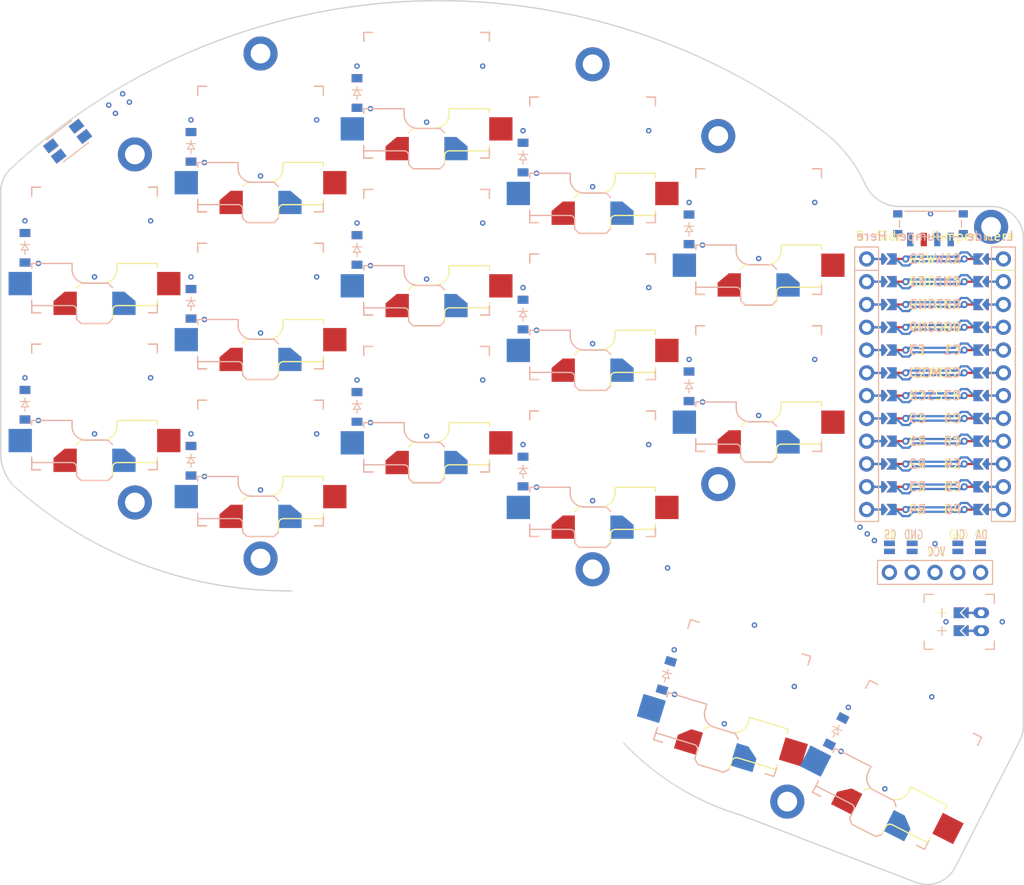
<source format=kicad_pcb>
(kicad_pcb (version 20221018) (generator pcbnew)
  (title_block (title "snak") (rev "0.2.1") (company "JackMatanky"))
  (layers (0 "F.Cu" signal) (31 "B.Cu" signal) (34 "B.Paste" user) (35 "F.Paste" user) (36 "B.SilkS" user "B.Silkscreen") (37 "F.SilkS" user "F.Silkscreen") (38 "B.Mask" user) (39 "F.Mask" user) (44 "Edge.Cuts" user))
  (net 0 "")
  (net 1 "C1")
  (net 2 "pinky_mid")
  (net 3 "pinky_top")
  (net 4 "ring_bot")
  (net 5 "C2")
  (net 6 "ring_mid")
  (net 7 "ring_top")
  (net 8 "middle_bot")
  (net 9 "C3")
  (net 10 "middle_mid")
  (net 11 "middle_top")
  (net 12 "index_bot")
  (net 13 "C4")
  (net 14 "index_mid")
  (net 15 "index_top")
  (net 16 "C5")
  (net 17 "inner_mid")
  (net 18 "inner_top")
  (net 19 "out_home")
  (net 20 "in_home")
  (net 21 "R2")
  (net 22 "R1")
  (net 23 "R3")
  (net 24 "R4")
  (net 25 "RAW")
  (net 26 "GND")
  (net 27 "RST")
  (net 28 "VCC")
  (net 29 "F4")
  (net 30 "F5")
  (net 31 "F6")
  (net 32 "F2")
  (net 33 "F1")
  (net 34 "F3")
  (net 35 "MOSI")
  (net 36 "SCK")
  (net 37 "CS")
  (net 38 "MCU1_24")
  (net 39 "MCU1_1")
  (net 40 "MCU1_23")
  (net 41 "MCU1_2")
  (net 42 "MCU1_22")
  (net 43 "MCU1_3")
  (net 44 "MCU1_21")
  (net 45 "MCU1_4")
  (net 46 "MCU1_20")
  (net 47 "MCU1_5")
  (net 48 "MCU1_19")
  (net 49 "MCU1_6")
  (net 50 "MCU1_18")
  (net 51 "MCU1_7")
  (net 52 "MCU1_17")
  (net 53 "MCU1_8")
  (net 54 "MCU1_16")
  (net 55 "MCU1_9")
  (net 56 "MCU1_15")
  (net 57 "MCU1_10")
  (net 58 "MCU1_14")
  (net 59 "MCU1_11")
  (net 60 "MCU1_13")
  (net 61 "MCU1_12")
  (net 62 "DISP1_1")
  (net 63 "DISP1_2")
  (net 64 "DISP1_4")
  (net 65 "DISP1_5")
  (net 66 "pos")
  (net 67 "JST1_1")
  (net 68 "JST1_2")
  (footprint "ComboDiode" (layer "F.Cu") (at 147.75 89.7 -90)
    (fp_text reference "D9" hide)
    (fp_text value "" hide)
  )
  (footprint "VIA-0.6mm" (layer "F.Cu") (at 193.15 60.9625 90)
    (fp_text reference "REF**" hide)
    (fp_text value "VIA-0.6mm" hide)
  )
  (footprint "VIA-0.6mm" (layer "F.Cu") (at 155.5 92.95)
    (fp_text reference "REF**" hide)
    (fp_text value "VIA-0.6mm" hide)
  )
  (footprint "mounting_hole" (layer "F.Cu") (at 177.191381 126.500257 -17)
    (fp_text reference "H9" hide)
    (fp_text value "")
  )
  (footprint "PG1350" (layer "F.Cu") (at 100 82.5 180)
    (fp_text reference "S1" hide)
    (fp_text value "")
  )
  (footprint "mounting_hole" (layer "F.Cu") (at 104.5 54.35)
    (fp_text reference "H1" hide)
    (fp_text value "")
  )
  (footprint "VIA-0.6mm" (layer "F.Cu") (at 124.75 85.5)
    (fp_text reference "REF**" hide)
    (fp_text value "VIA-0.6mm" hide)
  )
  (footprint "VIA-0.6mm" (layer "F.Cu") (at 124.75 68)
    (fp_text reference "REF**" hide)
    (fp_text value "VIA-0.6mm" hide)
  )
  (footprint "VIA-0.6mm" (layer "F.Cu") (at 174 65.95)
    (fp_text reference "REF**" hide)
    (fp_text value "VIA-0.6mm" hide)
  )
  (footprint "VIA-0.6mm" (layer "F.Cu") (at 193.284288 114.824319 -27)
    (fp_text reference "REF**" hide)
    (fp_text value "VIA-0.6mm" hide)
  )
  (footprint "VIA-0.6mm" (layer "F.Cu") (at 147.75 51.7)
    (fp_text reference "REF**" hide)
    (fp_text value "VIA-0.6mm" hide)
  )
  (footprint "VIA-0.6mm" (layer "F.Cu") (at 129.25 62)
    (fp_text reference "REF**" hide)
    (fp_text value "VIA-0.6mm" hide)
  )
  (footprint "VIA-0.6mm" (layer "F.Cu") (at 112.25 55.25)
    (fp_text reference "REF**" hide)
    (fp_text value "VIA-0.6mm" hide)
  )
  (footprint "VIA-0.6mm" (layer "F.Cu") (at 161.75 86.7)
    (fp_text reference "REF**" hide)
    (fp_text value "VIA-0.6mm" hide)
  )
  (footprint "VIA-0.6mm" (layer "F.Cu") (at 137 85.75)
    (fp_text reference "REF**" hide)
    (fp_text value "VIA-0.6mm" hide)
  )
  (footprint "VIA-0.6mm" (layer "F.Cu") (at 103.137109 47.589196 129)
    (fp_text reference "REF**" hide)
    (fp_text value "VIA-0.6mm" hide)
  )
  (footprint "VIA-0.6mm" (layer "F.Cu") (at 106.25 61.75)
    (fp_text reference "REF**" hide)
    (fp_text value "VIA-0.6mm" hide)
  )
  (footprint "mounting_hole" (layer "F.Cu") (at 118.5 43.1)
    (fp_text reference "H3" hide)
    (fp_text value "")
  )
  (footprint "ComboDiode" (layer "F.Cu") (at 147.75 54.7 -90)
    (fp_text reference "D11" hide)
    (fp_text value "" hide)
  )
  (footprint "JST_PH_S2B-PH-K" (layer "F.Cu") (at 198.8 106.45 -90)
    (fp_text reference "JST1" hide)
    (fp_text value "")
  )
  (footprint "ComboDiode" (layer "F.Cu") (at 110.75 53.5 -90)
    (fp_text reference "D5" hide)
    (fp_text value "" hide)
  )
  (footprint "PG1350" (layer "F.Cu") (at 174 62.95 180)
    (fp_text reference "S13" hide)
    (fp_text value "")
  )
  (footprint "VIA-0.6mm" (layer "F.Cu") (at 106.25 79.25)
    (fp_text reference "REF**" hide)
    (fp_text value "VIA-0.6mm" hide)
  )
  (footprint "VIA-0.6mm" (layer "F.Cu") (at 143.25 79.5)
    (fp_text reference "REF**" hide)
    (fp_text value "VIA-0.6mm" hide)
  )
  (footprint "mounting_hole" (layer "F.Cu") (at 155.5 44.3)
    (fp_text reference "H5" hide)
    (fp_text value "")
  )
  (footprint "VIA-0.6mm" (layer "F.Cu") (at 149.25 73.95)
    (fp_text reference "REF**" hide)
    (fp_text value "VIA-0.6mm" hide)
  )
  (footprint "VIA-0.6mm" (layer "F.Cu") (at 186.1 96.65)
    (fp_text reference "REF**" hide)
    (fp_text value "VIA-0.6mm" hide)
  )
  (footprint "VIA-0.6mm" (layer "F.Cu") (at 118.5 91.75)
    (fp_text reference "REF**" hide)
    (fp_text value "VIA-0.6mm" hide)
  )
  (footprint "VIA-0.6mm" (layer "F.Cu") (at 124.75 50.5)
    (fp_text reference "REF**" hide)
    (fp_text value "VIA-0.6mm" hide)
  )
  (footprint "VIA-0.6mm" (layer "F.Cu") (at 92.25 79.25)
    (fp_text reference "REF**" hide)
    (fp_text value "VIA-0.6mm" hide)
  )
  (footprint "VIA-0.6mm" (layer "F.Cu") (at 183.995537 115.983677 -27)
    (fp_text reference "REF**" hide)
    (fp_text value "VIA-0.6mm" hide)
  )
  (footprint "mounting_hole" (layer "F.Cu") (at 104.5 93.15)
    (fp_text reference "H2" hide)
    (fp_text value "")
  )
  (footprint "PG1350" (layer "F.Cu") (at 155.5 54.95 180)
    (fp_text reference "S11" hide)
    (fp_text value "")
  )
  (footprint "VIA-0.6mm" (layer "F.Cu") (at 149.25 56.45)
    (fp_text reference "REF**" hide)
    (fp_text value "VIA-0.6mm" hide)
  )
  (footprint "ComboDiode" (layer "F.Cu") (at 92.25 64.75 -90)
    (fp_text reference "D2" hide)
    (fp_text value "" hide)
  )
  (footprint "VIA-0.6mm" (layer "F.Cu") (at 103.886 48.514 129)
    (fp_text reference "REF**" hide)
    (fp_text value "VIA-0.6mm" hide)
  )
  (footprint "VIA-0.6mm" (layer "F.Cu") (at 110.75 68)
    (fp_text reference "REF**" hide)
    (fp_text value "VIA-0.6mm" hide)
  )
  (footprint "VIA-0.6mm" (layer "F.Cu") (at 174 83.45)
    (fp_text reference "REF**" hide)
    (fp_text value "VIA-0.6mm" hide)
  )
  (footprint "VIA-0.6mm" (layer "F.Cu") (at 101.582817 48.847837 129)
    (fp_text reference "REF**" hide)
    (fp_text value "VIA-0.6mm" hide)
  )
  (footprint "mounting_hole" (layer "F.Cu") (at 199.9 62.425)
    (fp_text reference "H10" hide)
    (fp_text value "")
  )
  (footprint "VIA-0.6mm" (layer "F.Cu") (at 161.75 69.2)
    (fp_text reference "REF**" hide)
    (fp_text value "VIA-0.6mm" hide)
  )
  (footprint "VIA-0.6mm" (layer "F.Cu") (at 130.75 49.25)
    (fp_text reference "REF**" hide)
    (fp_text value "VIA-0.6mm" hide)
  )
  (footprint "VIA-0.6mm" (layer "F.Cu") (at 100 68)
    (fp_text reference "REF**" hide)
    (fp_text value "VIA-0.6mm" hide)
  )
  (footprint "PG1350" (layer "F.Cu") (at 137 47.75 180)
    (fp_text reference "S8" hide)
    (fp_text value "")
  )
  (footprint "PG1350" (layer "F.Cu") (at 137 82.75 180)
    (fp_text reference "S6" hide)
    (fp_text value "")
  )
  (footprint "ComboDiode" (layer "F.Cu") (at 166.25 80.2 -90)
    (fp_text reference "D12" hide)
    (fp_text value "" hide)
  )
  (footprint "sw_reset_side" (layer "F.Cu") (at 97 52.87 127.5)
    (fp_text reference "SW2" hide)
    (fp_text value "")
  )
  (footprint "VIA-0.6mm" (layer "F.Cu") (at 112.25 90.25)
    (fp_text reference "REF**" hide)
    (fp_text value "VIA-0.6mm" hide)
  )
  (footprint "VIA-0.6mm" (layer "F.Cu") (at 166.25 59.7)
    (fp_text reference "REF**" hide)
    (fp_text value "VIA-0.6mm" hide)
  )
  (footprint "PG1350" (layer "F.Cu") (at 155.5 89.95 180)
    (fp_text reference "S9" hide)
    (fp_text value "")
  )
  (footprint "VIA-0.6mm" (layer "F.Cu") (at 118.5 74.25)
    (fp_text reference "REF**" hide)
    (fp_text value "VIA-0.6mm" hide)
  )
  (footprint "ComboDiode" (layer "F.Cu") (at 166.25 62.7 -90)
    (fp_text reference "D13" hide)
    (fp_text value "" hide)
  )
  (footprint "power_switch" (layer "F.Cu") (at 193.15 62.1 90)
    (fp_text reference "SW1" hide)
    (fp_text value "")
  )
  (footprint "ComboDiode" (layer "F.Cu") (at 129.25 47.5 -90)
    (fp_text reference "D8" hide)
    (fp_text value "" hide)
  )
  (footprint "VIA-0.6mm" (layer "F.Cu") (at 110.75 85.5)
    (fp_text reference "REF**" hide)
    (fp_text value "VIA-0.6mm" hide)
  )
  (footprint "VIA-0.6mm" (layer "F.Cu") (at 170.172885 117.818914 -17)
    (fp_text reference "REF**" hide)
    (fp_text value "VIA-0.6mm" hide)
  )
  (footprint "VIA-0.6mm" (layer "F.Cu") (at 186.9 97.4)
    (fp_text reference "REF**" hide)
    (fp_text value "VIA-0.6mm" hide)
  )
  (footprint "mounting_hole" (layer "F.Cu") (at 118.5 99.4)
    (fp_text reference "H4" hide)
    (fp_text value "")
  )
  (footprint "VIA-0.6mm" (layer "F.Cu") (at 155.5 75.45)
    (fp_text reference "REF**" hide)
    (fp_text value "VIA-0.6mm" hide)
  )
  (footprint "VIA-0.6mm" (layer "F.Cu") (at 155.5 57.95)
    (fp_text reference "REF**" hide)
    (fp_text value "VIA-0.6mm" hide)
  )
  (footprint "ComboDiode" (layer "F.Cu") (at 147.75 72.2 -90)
    (fp_text reference "D10" hide)
    (fp_text value "" hide)
  )
  (footprint "PG1350" (layer "F.Cu") (at 137 65.25 180)
    (fp_text reference "S7" hide)
    (fp_text value "")
  )
  (footprint "PG1350" (layer "F.Cu") (at 118.5 53.75 180)
    (fp_text reference "S5" hide)
    (fp_text value "")
  )
  (footprint "ComboDiode" (layer "F.Cu") (at 110.75 88.5 -90)
    (fp_text reference "D3" hide)
    (fp_text value "" hide)
  )
  (footprint "VIA-0.6mm" (layer "F.Cu") (at 137 68.25)
    (fp_text reference "REF**" hide)
    (fp_text value "VIA-0.6mm" hide)
  )
  (footprint "VIA-0.6mm" (layer "F.Cu") (at 177.977113 113.669333 -17)
    (fp_text reference "REF**" hide)
    (fp_text value "VIA-0.6mm" hide)
  )
  (footprint "mounting_hole" (layer "F.Cu") (at 169.5 52.3)
    (fp_text reference "H7" hide)
    (fp_text value "")
  )
  (footprint "VIA-0.6mm" (layer "F.Cu") (at 167.75 64.45)
    (fp_text reference "REF**" hide)
    (fp_text value "VIA-0.6mm" hide)
  )
  (footprint "mounting_hole" (layer "F.Cu") (at 169.5 91.1)
    (fp_text reference "H8" hide)
    (fp_text value "")
  )
  (footprint "VIA-0.6mm" (layer "F.Cu") (at 173.53516 106.82141 -17)
    (fp_text reference "REF**" hide)
    (fp_text value "VIA-0.6mm" hide)
  )
  (footprint "VIA-0.6mm" (layer "F.Cu") (at 149.25 91.45)
    (fp_text reference "REF**" hide)
    (fp_text value "VIA-0.6mm" hide)
  )
  (footprint "VIA-0.6mm" (layer "F.Cu") (at 130.75 66.75)
    (fp_text reference "REF**" hide)
    (fp_text value "VIA-0.6mm" hide)
  )
  (footprint "VIA-0.6mm" (layer "F.Cu") (at 167.75 81.95)
    (fp_text reference "REF**" hide)
    (fp_text value "VIA-0.6mm" hide)
  )
  (footprint "PG1350" (layer "F.Cu") (at 174 80.45 180)
    (fp_text reference "S12" hide)
    (fp_text value "")
  )
  (footprint "VIA-0.6mm" (layer "F.Cu") (at 147.75 86.7)
    (fp_text reference "REF**" hide)
    (fp_text value "VIA-0.6mm" hide)
  )
  (footprint "ComboDiode" (layer "F.Cu") (at 129.25 65 -90)
    (fp_text reference "D7" hide)
    (fp_text value "" hide)
  )
  (footprint "PG1350" (layer "F.Cu") (at 100 65 180)
    (fp_text reference "S2" hide)
    (fp_text value "")
  )
  (footprint "VIA-0.6mm" (layer "F.Cu") (at 166.25 77.2)
    (fp_text reference "REF**" hide)
    (fp_text value "VIA-0.6mm" hide)
  )
  (footprint "VIA-0.6mm" (layer "F.Cu") (at 164.634538 114.557134 -17)
    (fp_text reference "REF**" hide)
    (fp_text value "VIA-0.6mm" hide)
  )
  (footprint "VIA-0.6mm" (layer "F.Cu") (at 194.875 106.45 -90)
    (fp_text reference "REF**" hide)
    (fp_text value "VIA-0.6mm" hide)
  )
  (footprint "VIA-0.6mm" (layer "F.Cu") (at 129.25 44.5)
    (fp_text reference "REF**" hide)
    (fp_text value "VIA-0.6mm" hide)
  )
  (footprint "nice_nano" (layer "F.Cu") (at 193.65 78.7)
    (fp_text reference "MCU1" hide)
    (fp_text value "")
  )
  (footprint "VIA-0.6mm" (layer "F.Cu") (at 118.5 56.75)
    (fp_text reference "REF**" hide)
    (fp_text value "VIA-0.6mm" hide)
  )
  (footprint "VIA-0.6mm" (layer "F.Cu") (at 163.85 100.45)
    (fp_text reference "REF**" hide)
    (fp_text value "VIA-0.6mm" hide)
  )
  (footprint "VIA-0.6mm" (layer "F.Cu") (at 188.063397 125.070894 -27)
    (fp_text reference "REF**" hide)
    (fp_text value "VIA-0.6mm" hide)
  )
  (footprint "VIA-0.6mm" (layer "F.Cu") (at 92.25 61.75)
    (fp_text reference "REF**" hide)
    (fp_text value "VIA-0.6mm" hide)
  )
  (footprint "VIA-0.6mm" (layer "F.Cu") (at 183.175592 120.896944 -27)
    (fp_text reference "REF**" hide)
    (fp_text value "VIA-0.6mm" hide)
  )
  (footprint "VIA-0.6mm" (layer "F.Cu") (at 201.15 106.45 -90)
    (fp_text reference "REF**" hide)
    (fp_text value "VIA-0.6mm" hide)
  )
  (footprint "VIA-0.6mm" (layer "F.Cu") (at 143.25 62)
    (fp_text reference "REF**" hide)
    (fp_text value "VIA-0.6mm" hide)
  )
  (footprint "VIA-0.6mm" (layer "F.Cu") (at 185.3 95.9)
    (fp_text reference "REF**" hide)
    (fp_text value "VIA-0.6mm" hide)
  )
  (footprint "VIA-0.6mm" (layer "F.Cu") (at 147.75 69.2)
    (fp_text reference "REF**" hide)
    (fp_text value "VIA-0.6mm" hide)
  )
  (footprint "VIA-0.6mm" (layer "F.Cu") (at 143.25 44.5)
    (fp_text reference "REF**" hide)
    (fp_text value "VIA-0.6mm" hide)
  )
  (footprint "VIA-0.6mm" (layer "F.Cu") (at 193.65 97.75)
    (fp_text reference "REF**" hide)
    (fp_text value "VIA-0.6mm" hide)
  )
  (footprint "nice!view" (layer "F.Cu") (at 193.65 84.25)
    (fp_text reference "DISP1" hide)
    (fp_text value "")
  )
  (footprint "VIA-0.6mm" (layer "F.Cu") (at 110.75 50.5)
    (fp_text reference "REF**" hide)
    (fp_text value "VIA-0.6mm" hide)
  )
  (footprint "ComboDiode" (layer "F.Cu") (at 163.711731 112.445043 -107)
    (fp_text reference "D14" hide)
    (fp_text value "" hide)
  )
  (footprint "VIA-0.6mm" (layer "F.Cu") (at 93.75 84)
    (fp_text reference "REF**" hide)
    (fp_text value "VIA-0.6mm" hide)
  )
  (footprint "VIA-0.6mm" (layer "F.Cu") (at 130.75 84.25)
    (fp_text reference "REF**" hide)
    (fp_text value "VIA-0.6mm" hide)
  )
  (footprint "PG1350" (layer "F.Cu") (at 118.5 88.75 180)
    (fp_text reference "S3" hide)
    (fp_text value "")
  )
  (footprint "VIA-0.6mm" (layer "F.Cu") (at 164.588846 109.576129 -17)
    (fp_text reference "REF**" hide)
    (fp_text value "VIA-0.6mm" hide)
  )
  (footprint "VIA-0.6mm" (layer "F.Cu") (at 137 50.75)
    (fp_text reference "REF**" hide)
    (fp_text value "VIA-0.6mm" hide)
  )
  (footprint "ComboDiode" (layer "F.Cu") (at 129.25 82.5 -90)
    (fp_text reference "D6" hide)
    (fp_text value "" hide)
  )
  (footprint "VIA-0.6mm" (layer "F.Cu") (at 102.331708 49.77264 129)
    (fp_text reference "REF**" hide)
    (fp_text value "VIA-0.6mm" hide)
  )
  (footprint "ComboDiode" (layer "F.Cu") (at 92.25 82.25 -90)
    (fp_text reference "D1" hide)
    (fp_text value "" hide)
  )
  (footprint "ComboDiode" (layer "F.Cu") (at 110.75 71 -90)
    (fp_text reference "D4" hide)
    (fp_text value "" hide)
  )
  (footprint "PG1350" (layer "F.Cu") (at 155.5 72.45 180)
    (fp_text reference "S10" hide)
    (fp_text value "")
  )
  (footprint "VIA-0.6mm" (layer "F.Cu") (at 100 85.5)
    (fp_text reference "REF**" hide)
    (fp_text value "VIA-0.6mm" hide)
  )
  (footprint "VIA-0.6mm" (layer "F.Cu") (at 112.25 72.75)
    (fp_text reference "REF**" hide)
    (fp_text value "VIA-0.6mm" hide)
  )
  (footprint "PG1350" (layer "F.Cu") (at 189.425368 122.397875 153)
    (fp_text reference "S15" hide)
    (fp_text value "")
  )
  (footprint "VIA-0.6mm" (layer "F.Cu") (at 180.25 59.7)
    (fp_text reference "REF**" hide)
    (fp_text value "VIA-0.6mm" hide)
  )
  (footprint "PG1350" (layer "F.Cu") (at 118.5 71.25 180)
    (fp_text reference "S4" hide)
    (fp_text value "")
  )
  (footprint "VIA-0.6mm" (layer "F.Cu") (at 93.75 66.5)
    (fp_text reference "REF**" hide)
    (fp_text value "VIA-0.6mm" hide)
  )
  (footprint "mounting_hole" (layer "F.Cu") (at 155.5 100.6)
    (fp_text reference "H6" hide)
    (fp_text value "")
  )
  (footprint "VIA-0.6mm" (layer "F.Cu") (at 180.25 77.2)
    (fp_text reference "REF**" hide)
    (fp_text value "VIA-0.6mm" hide)
  )
  (footprint "ComboDiode" (layer "F.Cu") (at 182.633566 118.656697 -117)
    (fp_text reference "D15" hide)
    (fp_text value "" hide)
  )
  (footprint "PG1350" (layer "F.Cu") (at 171.05 114.95 163)
    (fp_text reference "S14" hide)
    (fp_text value "")
  )
  (footprint "VIA-0.6mm" (layer "F.Cu") (at 129.25 79.5)
    (fp_text reference "REF**" hide)
    (fp_text value "VIA-0.6mm" hide)
  )
  (footprint "VIA-0.6mm" (layer "F.Cu") (at 161.75 51.7)
    (fp_text reference "REF**" hide)
    (fp_text value "VIA-0.6mm" hide)
  )
  (gr_arc (start 172 128) (mid 164.97339 124.855741) (end 159 120) (stroke (width 0.15)) (layer "Edge.Cuts"))
  (gr_line (start 203.1 119.7) (end 195.9 133.8) (stroke (width 0.15)) (layer "Edge.Cuts"))
  (gr_arc (start 189.5 60.15) (mid 187.263797 59.364226) (end 185.8 57.5) (stroke (width 0.15)) (layer "Edge.Cuts"))
  (gr_line (start 89.55 88) (end 89.55 58.7) (stroke (width 0.15)) (layer "Edge.Cuts"))
  (gr_line (start 189.5 60.15) (end 200 60.15) (stroke (width 0.15)) (layer "Edge.Cuts"))
  (gr_arc (start 89.55 58.7) (mid 89.780852 57.235609) (end 90.6 56) (stroke (width 0.15)) (layer "Edge.Cuts"))
  (gr_arc (start 203.5 118.1) (mid 203.39457 118.923643) (end 203.1 119.7) (stroke (width 0.15)) (layer "Edge.Cuts"))
  (gr_line (start 203.5 63.7) (end 203.5 118.1) (stroke (width 0.15)) (layer "Edge.Cuts"))
  (gr_arc (start 91 91.3) (mid 89.98406 89.777837) (end 89.55 88) (stroke (width 0.15)) (layer "Edge.Cuts"))
  (gr_arc (start 195.9 133.8) (mid 194.031815 135.508815) (end 191.5 135.5) (stroke (width 0.15)) (layer "Edge.Cuts"))
  (gr_arc (start 200 60.15) (mid 202.485523 61.199837) (end 203.5 63.7) (stroke (width 0.15)) (layer "Edge.Cuts"))
  (gr_arc (start 181.6 52.1) (mid 183.995505 54.570163) (end 185.8 57.5) (stroke (width 0.15)) (layer "Edge.Cuts"))
  (gr_arc (start 90.6 56) (mid 135.380905 37.271116) (end 181.6 52.1) (stroke (width 0.15)) (layer "Edge.Cuts"))
  (gr_line (start 191.5 135.5) (end 172 128) (stroke (width 0.15)) (layer "Edge.Cuts"))
  (gr_arc (start 122 103) (mid 105.398912 100.067413) (end 91 91.3) (stroke (width 0.15)) (layer "Edge.Cuts"))
  (segment (start 198.43 76.16) (end 196.91 76.16) (width 0.25) (layer "F.Cu") (net 1))
  (segment (start 191.11 76.51) (end 191.11 76.5) (width 0.25) (layer "B.Cu") (net 1))
  (segment (start 190.04 76.89) (end 190.74 76.89) (width 0.25) (layer "B.Cu") (net 1))
  (segment (start 190.74 76.89) (end 191.11 76.51) (width 0.25) (layer "B.Cu") (net 1))
  (segment (start 189.31 76.16) (end 190.04 76.89) (width 0.25) (layer "B.Cu") (net 1))
  (segment (start 191.2 76.41) (end 196.66 76.41) (width 0.25) (layer "B.Cu") (net 1))
  (segment (start 191.11 76.5) (end 191.2 76.41) (width 0.25) (layer "B.Cu") (net 1))
  (segment (start 196.66 76.41) (end 196.91 76.16) (width 0.25) (layer "B.Cu") (net 1))
  (segment (start 188.88 76.16) (end 189.31 76.16) (width 0.25) (layer "B.Cu") (net 1))
  (segment (start 198.43 78.7) (end 196.91 78.7) (width 0.25) (layer "F.Cu") (net 5))
  (segment (start 189.31 78.7) (end 190.04 79.43) (width 0.25) (layer "B.Cu") (net 5))
  (segment (start 191.2 78.95) (end 196.66 78.95) (width 0.25) (layer "B.Cu") (net 5))
  (segment (start 190.04 79.43) (end 190.74 79.43) (width 0.25) (layer "B.Cu") (net 5))
  (segment (start 191.11 79.05) (end 191.11 79.04) (width 0.25) (layer "B.Cu") (net 5))
  (segment (start 196.66 78.95) (end 196.91 78.7) (width 0.25) (layer "B.Cu") (net 5))
  (segment (start 188.88 78.7) (end 189.31 78.7) (width 0.25) (layer "B.Cu") (net 5))
  (segment (start 190.74 79.43) (end 191.11 79.05) (width 0.25) (layer "B.Cu") (net 5))
  (segment (start 191.11 79.04) (end 191.2 78.95) (width 0.25) (layer "B.Cu") (net 5))
  (segment (start 198.43 81.24) (end 196.91 81.24) (width 0.25) (layer "F.Cu") (net 9))
  (segment (start 189.31 81.24) (end 190.04 81.97) (width 0.25) (layer "B.Cu") (net 9))
  (segment (start 188.88 81.24) (end 189.31 81.24) (width 0.25) (layer "B.Cu") (net 9))
  (segment (start 190.74 81.97) (end 191.11 81.59) (width 0.25) (layer "B.Cu") (net 9))
  (segment (start 196.66 81.49) (end 196.91 81.24) (width 0.25) (layer "B.Cu") (net 9))
  (segment (start 191.2 81.49) (end 196.66 81.49) (width 0.25) (layer "B.Cu") (net 9))
  (segment (start 191.11 81.59) (end 191.11 81.58) (width 0.25) (layer "B.Cu") (net 9))
  (segment (start 190.04 81.97) (end 190.74 81.97) (width 0.25) (layer "B.Cu") (net 9))
  (segment (start 191.11 81.58) (end 191.2 81.49) (width 0.25) (layer "B.Cu") (net 9))
  (segment (start 198.43 83.78) (end 196.91 83.78) (width 0.25) (layer "F.Cu") (net 13))
  (segment (start 191.11 84.12) (end 191.2 84.03) (width 0.25) (layer "B.Cu") (net 13))
  (segment (start 191.11 84.13) (end 191.11 84.12) (width 0.25) (layer "B.Cu") (net 13))
  (segment (start 190.74 84.51) (end 191.11 84.13) (width 0.25) (layer "B.Cu") (net 13))
  (segment (start 188.88 83.78) (end 189.31 83.78) (width 0.25) (layer "B.Cu") (net 13))
  (segment (start 190.04 84.51) (end 190.74 84.51) (width 0.25) (layer "B.Cu") (net 13))
  (segment (start 189.31 83.78) (end 190.04 84.51) (width 0.25) (layer "B.Cu") (net 13))
  (segment (start 191.2 84.03) (end 196.66 84.03) (width 0.25) (layer "B.Cu") (net 13))
  (segment (start 196.66 84.03) (end 196.91 83.78) (width 0.25) (layer "B.Cu") (net 13))
  (segment (start 198.43 86.32) (end 196.91 86.32) (width 0.25) (layer "F.Cu") (net 16))
  (segment (start 189.31 86.32) (end 190.04 87.05) (width 0.25) (layer "B.Cu") (net 16))
  (segment (start 190.74 87.05) (end 191.11 86.67) (width 0.25) (layer "B.Cu") (net 16))
  (segment (start 188.88 86.32) (end 189.31 86.32) (width 0.25) (layer "B.Cu") (net 16))
  (segment (start 190.04 87.05) (end 190.74 87.05) (width 0.25) (layer "B.Cu") (net 16))
  (segment (start 191.11 86.67) (end 191.11 86.66) (width 0.25) (layer "B.Cu") (net 16))
  (segment (start 196.66 86.57) (end 196.91 86.32) (width 0.25) (layer "B.Cu") (net 16))
  (segment (start 191.2 86.57) (end 196.66 86.57) (width 0.25) (layer "B.Cu") (net 16))
  (segment (start 191.11 86.66) (end 191.2 86.57) (width 0.25) (layer "B.Cu") (net 16))
  (segment (start 188.88 88.86) (end 190.39 88.86) (width 0.25) (layer "F.Cu") (net 21))
  (segment (start 196.56 88.13) (end 196.09 88.61) (width 0.25) (layer "B.Cu") (net 21))
  (segment (start 196.09 88.61) (end 190.64 88.61) (width 0.25) (layer "B.Cu") (net 21))
  (segment (start 197.99 88.86) (end 197.26 88.13) (width 0.25) (layer "B.Cu") (net 21))
  (segment (start 198.43 88.86) (end 197.99 88.86) (width 0.25) (layer "B.Cu") (net 21))
  (segment (start 190.64 88.61) (end 190.39 88.86) (width 0.25) (layer "B.Cu") (net 21))
  (segment (start 197.26 88.13) (end 196.56 88.13) (width 0.25) (layer "B.Cu") (net 21))
  (segment (start 188.88 86.32) (end 190.39 86.32) (width 0.25) (layer "F.Cu") (net 22))
  (segment (start 197.26 85.59) (end 196.56 85.59) (width 0.25) (layer "B.Cu") (net 22))
  (segment (start 198.43 86.32) (end 197.99 86.32) (width 0.25) (layer "B.Cu") (net 22))
  (segment (start 190.64 86.07) (end 190.39 86.32) (width 0.25) (layer "B.Cu") (net 22))
  (segment (start 196.56 85.59) (end 196.09 86.07) (width 0.25) (layer "B.Cu") (net 22))
  (segment (start 197.99 86.32) (end 197.26 85.59) (width 0.25) (layer "B.Cu") (net 22))
  (segment (start 196.09 86.07) (end 190.64 86.07) (width 0.25) (layer "B.Cu") (net 22))
  (segment (start 188.88 91.4) (end 190.39 91.4) (width 0.25) (layer "F.Cu") (net 23))
  (segment (start 190.64 91.15) (end 190.39 91.4) (width 0.25) (layer "B.Cu") (net 23))
  (segment (start 198.43 91.4) (end 197.99 91.4) (width 0.25) (layer "B.Cu") (net 23))
  (segment (start 196.56 90.67) (end 196.09 91.15) (width 0.25) (layer "B.Cu") (net 23))
  (segment (start 196.09 91.15) (end 190.64 91.15) (width 0.25) (layer "B.Cu") (net 23))
  (segment (start 197.99 91.4) (end 197.26 90.67) (width 0.25) (layer "B.Cu") (net 23))
  (segment (start 197.26 90.67) (end 196.56 90.67) (width 0.25) (layer "B.Cu") (net 23))
  (segment (start 188.88 93.94) (end 190.39 93.94) (width 0.25) (layer "F.Cu") (net 24))
  (segment (start 196.56 93.21) (end 196.09 93.69) (width 0.25) (layer "B.Cu") (net 24))
  (segment (start 196.09 93.69) (end 190.64 93.69) (width 0.25) (layer "B.Cu") (net 24))
  (segment (start 197.99 93.94) (end 197.26 93.21) (width 0.25) (layer "B.Cu") (net 24))
  (segment (start 198.43 93.94) (end 197.99 93.94) (width 0.25) (layer "B.Cu") (net 24))
  (segment (start 190.64 93.69) (end 190.39 93.94) (width 0.25) (layer "B.Cu") (net 24))
  (segment (start 197.26 93.21) (end 196.56 93.21) (width 0.25) (layer "B.Cu") (net 24))
  (segment (start 198.43 66) (end 196.91 66) (width 0.25) (layer "F.Cu") (net 25))
  (segment (start 190.04 66.73) (end 190.74 66.73) (width 0.25) (layer "B.Cu") (net 25))
  (segment (start 196.66 66.25) (end 196.91 66) (width 0.25) (layer "B.Cu") (net 25))
  (segment (start 190.74 66.73) (end 191.11 66.35) (width 0.25) (layer "B.Cu") (net 25))
  (segment (start 191.11 66.34) (end 191.2 66.25) (width 0.25) (layer "B.Cu") (net 25))
  (segment (start 189.31 66) (end 190.04 66.73) (width 0.25) (layer "B.Cu") (net 25))
  (segment (start 188.88 66) (end 189.31 66) (width 0.25) (layer "B.Cu") (net 25))
  (segment (start 191.11 66.35) (end 191.11 66.34) (width 0.25) (layer "B.Cu") (net 25))
  (segment (start 191.2 66.25) (end 196.66 66.25) (width 0.25) (layer "B.Cu") (net 25))
  (segment (start 188.88 71.08) (end 190.39 71.08) (width 0.25) (layer "F.Cu") (net 26))
  (segment (start 198.43 68.54) (end 196.91 68.54) (width 0.25) (layer "F.Cu") (net 26))
  (segment (start 188.88 73.62) (end 190.39 73.62) (width 0.25) (layer "F.Cu") (net 26))
  (segment (start 198.43 73.62) (end 197.99 73.62) (width 0.25) (layer "B.Cu") (net 26))
  (segment (start 190.64 73.37) (end 190.39 73.62) (width 0.25) (layer "B.Cu") (net 26))
  (segment (start 197.99 71.08) (end 197.26 70.35) (width 0.25) (layer "B.Cu") (net 26))
  (segment (start 196.56 72.89) (end 196.09 73.37) (width 0.25) (layer "B.Cu") (net 26))
  (segment (start 190.64 70.83) (end 190.39 71.08) (width 0.25) (layer "B.Cu") (net 26))
  (segment (start 196.09 70.83) (end 190.64 70.83) (width 0.25) (layer "B.Cu") (net 26))
  (segment (start 189.31 68.54) (end 190.04 69.27) (width 0.25) (layer "B.Cu") (net 26))
  (segment (start 191.11 68.89) (end 191.11 68.88) (width 0.25) (layer "B.Cu") (net 26))
  (segment (start 197.99 73.62) (end 197.26 72.89) (width 0.25) (layer "B.Cu") (net 26))
  (segment (start 196.09 73.37) (end 190.64 73.37) (width 0.25) (layer "B.Cu") (net 26))
  (segment (start 191.2 68.79) (end 196.66 68.79) (width 0.25) (layer "B.Cu") (net 26))
  (segment (start 191.11 68.88) (end 191.2 68.79) (width 0.25) (layer "B.Cu") (net 26))
  (segment (start 197.26 70.35) (end 196.56 70.35) (width 0.25) (layer "B.Cu") (net 26))
  (segment (start 188.88 68.54) (end 189.31 68.54) (width 0.25) (layer "B.Cu") (net 26))
  (segment (start 190.74 69.27) (end 191.11 68.89) (width 0.25) (layer "B.Cu") (net 26))
  (segment (start 190.04 69.27) (end 190.74 69.27) (width 0.25) (layer "B.Cu") (net 26))
  (segment (start 198.43 71.08) (end 197.99 71.08) (width 0.25) (layer "B.Cu") (net 26))
  (segment (start 196.66 68.79) (end 196.91 68.54) (width 0.25) (layer "B.Cu") (net 26))
  (segment (start 197.26 72.89) (end 196.56 72.89) (width 0.25) (layer "B.Cu") (net 26))
  (segment (start 196.56 70.35) (end 196.09 70.83) (width 0.25) (layer "B.Cu") (net 26))
  (segment (start 198.43 71.08) (end 196.91 71.08) (width 0.25) (layer "F.Cu") (net 27))
  (segment (start 191.2 71.33) (end 196.66 71.33) (width 0.25) (layer "B.Cu") (net 27))
  (segment (start 196.66 71.33) (end 196.91 71.08) (width 0.25) (layer "B.Cu") (net 27))
  (segment (start 188.88 71.08) (end 189.31 71.08) (width 0.25) (layer "B.Cu") (net 27))
  (segment (start 191.11 71.43) (end 191.11 71.42) (width 0.25) (layer "B.Cu") (net 27))
  (segment (start 190.74 71.81) (end 191.11 71.43) (width 0.25) (layer "B.Cu") (net 27))
  (segment (start 189.31 71.08) (end 190.04 71.81) (width 0.25) (layer "B.Cu") (net 27))
  (segment (start 191.11 71.42) (end 191.2 71.33) (width 0.25) (layer "B.Cu") (net 27))
  (segment (start 190.04 71.81) (end 190.74 71.81) (width 0.25) (layer "B.Cu") (net 27))
  (segment (start 198.43 73.62) (end 196.91 73.62) (width 0.25) (layer "F.Cu") (net 28))
  (segment (start 191.11 73.97) (end 191.11 73.96) (width 0.25) (layer "B.Cu") (net 28))
  (segment (start 196.66 73.87) (end 196.91 73.62) (width 0.25) (layer "B.Cu") (net 28))
  (segment (start 189.31 73.62) (end 190.04 74.35) (width 0.25) (layer "B.Cu") (net 28))
  (segment (start 191.11 73.96) (end 191.2 73.87) (width 0.25) (layer "B.Cu") (net 28))
  (segment (start 190.04 74.35) (end 190.74 74.35) (width 0.25) (layer "B.Cu") (net 28))
  (segment (start 191.2 73.87) (end 196.66 73.87) (width 0.25) (layer "B.Cu") (net 28))
  (segment (start 190.74 74.35) (end 191.11 73.97) (width 0.25) (layer "B.Cu") (net 28))
  (segment (start 188.88 73.62) (end 189.31 73.62) (width 0.25) (layer "B.Cu") (net 28))
  (segment (start 198.43 88.86) (end 196.91 88.86) (width 0.25) (layer "F.Cu") (net 29))
  (segment (start 191.2 89.11) (end 196.66 89.11) (width 0.25) (layer "B.Cu") (net 29))
  (segment (start 190.74 89.59) (end 191.11 89.21) (width 0.25) (layer "B.Cu") (net 29))
  (segment (start 190.04 89.59) (end 190.74 89.59) (width 0.25) (layer "B.Cu") (net 29))
  (segment (start 188.88 88.86) (end 189.31 88.86) (width 0.25) (layer "B.Cu") (net 29))
  (segment (start 191.11 89.2) (end 191.2 89.11) (width 0.25) (layer "B.Cu") (net 29))
  (segment (start 196.66 89.11) (end 196.91 88.86) (width 0.25) (layer "B.Cu") (net 29))
  (segment (start 189.31 88.86) (end 190.04 89.59) (width 0.25) (layer "B.Cu") (net 29))
  (segment (start 191.11 89.21) (end 191.11 89.2) (width 0.25) (layer "B.Cu") (net 29))
  (segment (start 198.43 91.4) (end 196.91 91.4) (width 0.25) (layer "F.Cu") (net 30))
  (segment (start 191.2 91.65) (end 196.66 91.65) (width 0.25) (layer "B.Cu") (net 30))
  (segment (start 190.74 92.13) (end 191.11 91.75) (width 0.25) (layer "B.Cu") (net 30))
  (segment (start 190.04 92.13) (end 190.74 92.13) (width 0.25) (layer "B.Cu") (net 30))
  (segment (start 188.88 91.4) (end 189.31 91.4) (width 0.25) (layer "B.Cu") (net 30))
  (segment (start 189.31 91.4) (end 190.04 92.13) (width 0.25) (layer "B.Cu") (net 30))
  (segment (start 191.11 91.75) (end 191.11 91.74) (width 0.25) (layer "B.Cu") (net 30))
  (segment (start 191.11 91.74) (end 191.2 91.65) (width 0.25) (layer "B.Cu") (net 30))
  (segment (start 196.66 91.65) (end 196.91 91.4) (width 0.25) (layer "B.Cu") (net 30))
  (segment (start 198.43 93.94) (end 196.91 93.94) (width 0.25) (layer "F.Cu") (net 31))
  (segment (start 190.04 94.67) (end 190.74 94.67) (width 0.25) (layer "B.Cu") (net 31))
  (segment (start 191.11 94.28) (end 191.2 94.19) (width 0.25) (layer "B.Cu") (net 31))
  (segment (start 188.88 93.94) (end 189.31 93.94) (width 0.25) (layer "B.Cu") (net 31))
  (segment (start 190.74 94.67) (end 191.11 94.29) (width 0.25) (layer "B.Cu") (net 31))
  (segment (start 191.11 94.29) (end 191.11 94.28) (width 0.25) (layer "B.Cu") (net 31))
  (segment (start 189.31 93.94) (end 190.04 94.67) (width 0.25) (layer "B.Cu") (net 31))
  (segment (start 196.66 94.19) (end 196.91 93.94) (width 0.25) (layer "B.Cu") (net 31))
  (segment (start 191.2 94.19) (end 196.66 94.19) (width 0.25) (layer "B.Cu") (net 31))
  (segment (start 188.88 66) (end 190.39 66) (width 0.25) (layer "F.Cu") (net 32))
  (segment (start 198.43 66) (end 197.99 66) (width 0.25) (layer "B.Cu") (net 32))
  (segment (start 196.09 65.75) (end 190.64 65.75) (width 0.25) (layer "B.Cu") (net 32))
  (segment (start 197.26 65.27) (end 196.56 65.27) (width 0.25) (layer "B.Cu") (net 32))
  (segment (start 190.64 65.75) (end 190.39 66) (width 0.25) (layer "B.Cu") (net 32))
  (segment (start 197.99 66) (end 197.26 65.27) (width 0.25) (layer "B.Cu") (net 32))
  (segment (start 196.56 65.27) (end 196.09 65.75) (width 0.25) (layer "B.Cu") (net 32))
  (segment (start 188.88 68.54) (end 190.39 68.54) (width 0.25) (layer "F.Cu") (net 33))
  (segment (start 198.43 68.54) (end 197.99 68.54) (width 0.25) (layer "B.Cu") (net 33))
  (segment (start 196.56 67.81) (end 196.09 68.29) (width 0.25) (layer "B.Cu") (net 33))
  (segment (start 190.64 68.29) (end 190.39 68.54) (width 0.25) (layer "B.Cu") (net 33))
  (segment (start 197.99 68.54) (end 197.26 67.81) (width 0.25) (layer "B.Cu") (net 33))
  (segment (start 197.26 67.81) (end 196.56 67.81) (width 0.25) (layer "B.Cu") (net 33))
  (segment (start 196.09 68.29) (end 190.64 68.29) (width 0.25) (layer "B.Cu") (net 33))
  (segment (start 188.88 76.16) (end 190.39 76.16) (width 0.25) (layer "F.Cu") (net 34))
  (segment (start 197.26 75.43) (end 196.56 75.43) (width 0.25) (layer "B.Cu") (net 34))
  (segment (start 196.09 75.91) (end 190.64 75.91) (width 0.25) (layer "B.Cu") (net 34))
  (segment (start 196.56 75.43) (end 196.09 75.91) (width 0.25) (layer "B.Cu") (net 34))
  (segment (start 198.43 76.16) (end 197.99 76.16) (width 0.25) (layer "B.Cu") (net 34))
  (segment (start 190.64 75.91) (end 190.39 76.16) (width 0.25) (layer "B.Cu") (net 34))
  (segment (start 197.99 76.16) (end 197.26 75.43) (width 0.25) (layer "B.Cu") (net 34))
  (segment (start 188.88 78.7) (end 190.39 78.7) (width 0.25) (layer "F.Cu") (net 35))
  (segment (start 197.99 78.7) (end 197.26 77.97) (width 0.25) (layer "B.Cu") (net 35))
  (segment (start 198.43 78.7) (end 197.99 78.7) (width 0.25) (layer "B.Cu") (net 35))
  (segment (start 190.64 78.45) (end 190.39 78.7) (width 0.25) (layer "B.Cu") (net 35))
  (segment (start 197.26 77.97) (end 196.56 77.97) (width 0.25) (layer "B.Cu") (net 35))
  (segment (start 196.09 78.45) (end 190.64 78.45) (width 0.25) (layer "B.Cu") (net 35))
  (segment (start 196.56 77.97) (end 196.09 78.45) (width 0.25) (layer "B.Cu") (net 35))
  (segment (start 188.88 81.24) (end 190.39 81.24) (width 0.25) (layer "F.Cu") (net 36))
  (segment (start 190.64 80.99) (end 190.39 81.24) (width 0.25) (layer "B.Cu") (net 36))
  (segment (start 196.09 80.99) (end 190.64 80.99) (width 0.25) (layer "B.Cu") (net 36))
  (segment (start 196.56 80.51) (end 196.09 80.99) (width 0.25) (layer "B.Cu") (net 36))
  (segment (start 198.43 81.24) (end 197.99 81.24) (width 0.25) (layer "B.Cu") (net 36))
  (segment (start 197.26 80.51) (end 196.56 80.51) (width 0.25) (layer "B.Cu") (net 36))
  (segment (start 197.99 81.24) (end 197.26 80.51) (width 0.25) (layer "B.Cu") (net 36))
  (segment (start 188.88 83.78) (end 190.39 83.78) (width 0.25) (layer "F.Cu") (net 37))
  (segment (start 198.43 83.78) (end 197.99 83.78) (width 0.25) (layer "B.Cu") (net 37))
  (segment (start 196.56 83.05) (end 196.09 83.53) (width 0.25) (layer "B.Cu") (net 37))
  (segment (start 197.26 83.05) (end 196.56 83.05) (width 0.25) (layer "B.Cu") (net 37))
  (segment (start 196.09 83.53) (end 190.64 83.53) (width 0.25) (layer "B.Cu") (net 37))
  (segment (start 190.64 83.53) (end 190.39 83.78) (width 0.25) (layer "B.Cu") (net 37))
  (segment (start 197.99 83.78) (end 197.26 83.05) (width 0.25) (layer "B.Cu") (net 37))
  (segment (start 186.03 66) (end 188.15 66) (width 0.25) (layer "F.Cu") (net 38))
  (segment (start 186.03 66) (end 188.15 66) (width 0.25) (layer "B.Cu") (net 38))
  (segment (start 199.15 66) (end 201.27 66) (width 0.25) (layer "F.Cu") (net 39))
  (segment (start 201.27 66) (end 199.15 66) (width 0.25) (layer "B.Cu") (net 39))
  (segment (start 186.03 68.54) (end 188.15 68.54) (width 0.25) (layer "F.Cu") (net 40))
  (segment (start 186.03 68.54) (end 188.15 68.54) (width 0.25) (layer "B.Cu") (net 40))
  (segment (start 199.15 68.54) (end 201.27 68.54) (width 0.25) (layer "F.Cu") (net 41))
  (segment (start 201.27 68.54) (end 199.15 68.54) (width 0.25) (layer "B.Cu") (net 41))
  (segment (start 186.03 71.08) (end 188.15 71.08) (width 0.25) (layer "F.Cu") (net 42))
  (segment (start 186.03 71.08) (end 188.15 71.08) (width 0.25) (layer "B.Cu") (net 42))
  (segment (start 199.15 71.08) (end 201.27 71.08) (width 0.25) (layer "F.Cu") (net 43))
  (segment (start 201.27 71.08) (end 199.15 71.08) (width 0.25) (layer "B.Cu") (net 43))
  (segment (start 186.03 73.62) (end 188.15 73.62) (width 0.25) (layer "F.Cu") (net 44))
  (segment (start 186.03 73.62) (end 188.15 73.62) (width 0.25) (layer "B.Cu") (net 44))
  (segment (start 199.15 73.62) (end 201.27 73.62) (width 0.25) (layer "F.Cu") (net 45))
  (segment (start 201.27 73.62) (end 199.15 73.62) (width 0.25) (layer "B.Cu") (net 45))
  (segment (start 186.03 76.16) (end 188.15 76.16) (width 0.25) (layer "F.Cu") (net 46))
  (segment (start 186.03 76.16) (end 188.15 76.16) (width 0.25) (layer "B.Cu") (net 46))
  (segment (start 199.15 76.16) (end 201.27 76.16) (width 0.25) (layer "F.Cu") (net 47))
  (segment (start 201.27 76.16) (end 199.15 76.16) (width 0.25) (layer "B.Cu") (net 47))
  (segment (start 186.03 78.7) (end 188.15 78.7) (width 0.25) (layer "F.Cu") (net 48))
  (segment (start 186.03 78.7) (end 188.15 78.7) (width 0.25) (layer "B.Cu") (net 48))
  (segment (start 199.15 78.7) (end 201.27 78.7) (width 0.25) (layer "F.Cu") (net 49))
  (segment (start 201.27 78.7) (end 199.15 78.7) (width 0.25) (layer "B.Cu") (net 49))
  (segment (start 186.03 81.24) (end 188.15 81.24) (width 0.25) (layer "F.Cu") (net 50))
  (segment (start 186.03 81.24) (end 188.15 81.24) (width 0.25) (layer "B.Cu") (net 50))
  (segment (start 199.15 81.24) (end 201.27 81.24) (width 0.25) (layer "F.Cu") (net 51))
  (segment (start 201.27 81.24) (end 199.15 81.24) (width 0.25) (layer "B.Cu") (net 51))
  (segment (start 186.03 83.78) (end 188.15 83.78) (width 0.25) (layer "F.Cu") (net 52))
  (segment (start 186.03 83.78) (end 188.15 83.78) (width 0.25) (layer "B.Cu") (net 52))
  (segment (start 199.15 83.78) (end 201.27 83.78) (width 0.25) (layer "F.Cu") (net 53))
  (segment (start 201.27 83.78) (end 199.15 83.78) (width 0.25) (layer "B.Cu") (net 53))
  (segment (start 186.03 86.32) (end 188.15 86.32) (width 0.25) (layer "F.Cu") (net 54))
  (segment (start 186.03 86.32) (end 188.15 86.32) (width 0.25) (layer "B.Cu") (net 54))
  (segment (start 199.15 86.32) (end 201.27 86.32) (width 0.25) (layer "F.Cu") (net 55))
  (segment (start 201.27 86.32) (end 199.15 86.32) (width 0.25) (layer "B.Cu") (net 55))
  (segment (start 186.03 88.86) (end 188.15 88.86) (width 0.25) (layer "F.Cu") (net 56))
  (segment (start 186.03 88.86) (end 188.15 88.86) (width 0.25) (layer "B.Cu") (net 56))
  (segment (start 199.15 88.86) (end 201.27 88.86) (width 0.25) (layer "F.Cu") (net 57))
  (segment (start 201.27 88.86) (end 199.15 88.86) (width 0.25) (layer "B.Cu") (net 57))
  (segment (start 186.03 91.4) (end 188.15 91.4) (width 0.25) (layer "F.Cu") (net 58))
  (segment (start 186.03 91.4) (end 188.15 91.4) (width 0.25) (layer "B.Cu") (net 58))
  (segment (start 199.15 91.4) (end 201.27 91.4) (width 0.25) (layer "F.Cu") (net 59))
  (segment (start 201.27 91.4) (end 199.15 91.4) (width 0.25) (layer "B.Cu") (net 59))
  (segment (start 186.03 93.94) (end 188.15 93.94) (width 0.25) (layer "F.Cu") (net 60))
  (segment (start 186.03 93.94) (end 188.15 93.94) (width 0.25) (layer "B.Cu") (net 60))
  (segment (start 199.15 93.94) (end 201.27 93.94) (width 0.25) (layer "F.Cu") (net 61))
  (segment (start 201.27 93.94) (end 199.15 93.94) (width 0.25) (layer "B.Cu") (net 61))
  (segment (start 197 105.45) (end 198.8 105.45) (width 0.25) (layer "F.Cu") (net 67))
  (segment (start 197 105.45) (end 198.8 105.45) (width 0.25) (layer "B.Cu") (net 67))
  (segment (start 197 107.45) (end 198.8 107.45) (width 0.25) (layer "F.Cu") (net 68))
  (segment (start 197 107.45) (end 198.8 107.45) (width 0.25) (layer "B.Cu") (net 68))
)
</source>
